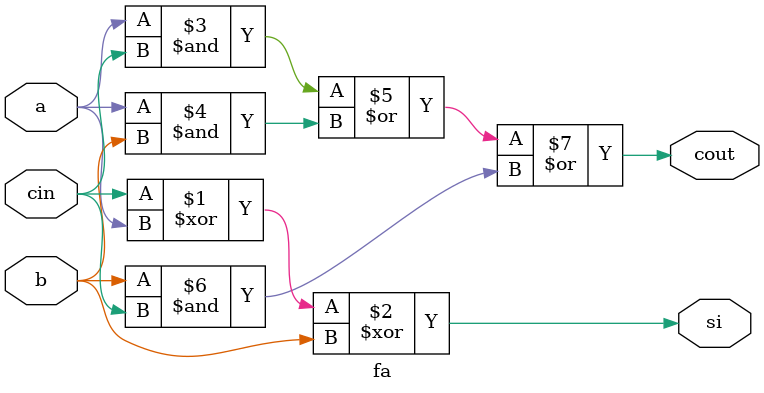
<source format=v>
module lab4p22(SW, KEY, HEX0, HEX1,HEX2,HEX3,HEX4,HEX5,LEDR);


input [9:0] SW;
input [3:0] KEY;

output [7:0] LEDR;

output [6:0] HEX0;
output [6:0] HEX1;
output [6:0] HEX2;
output [6:0] HEX3;
output [6:0] HEX4;
output [6:0] HEX5;

reg [7:0] ALUout;
reg [7:0] ALUreg;

assign  LEDR [7:0] =ALUout;


wire [3:0] A;
wire [3:0] B;


assign A = SW [3:0];


assign HEX1 = 7'b0000000;
assign HEX2 = 7'b0000000;
assign HEX3 = 7'b0000000;


assign B=ALUreg [3:0];


always @ (posedge KEY[0])
begin


if (SW[9]==0)
ALUreg<= 8'b00000000;
else
ALUreg<=ALUout;

end
binary_to_hex a1 (A, HEX0);

binary_to_hex a3 (ALUreg[3:0], HEX4) ;

binary_to_hex a4 (ALUreg [7:4], HEX5) ;

wire [7:0] case0;

wire [7:0] A_and_B;
assign A_and_B = {A,B};
rp_carry_adder adder0(A_and_B, case0);


		
integer A_int;
always @(A)
A_int=A;



always @ (*) 
begin 

case ((KEY[3:1]))

3'b000: 
begin
 ALUout=case0;
 end

3'b001:
begin
ALUout [7:5] =3'b000;
 ALUout [4:0]=A+B;
end
3'b010:
begin
 ALUout[7]=A[3]^B[3] ;
 ALUout[6]=A[2]^B[2] ;
 ALUout[5]= A[1]^B[1];
 ALUout[4]=A[0]^B[0] ;
 ALUout[3]= A[3]|B[3];
 ALUout[2]= A[2]|B[2];
 ALUout[1]= A[1]|B[1];
 ALUout[0]= A[0]|B[0];
 end
3'b011:
begin



if (|(A_and_B))
 ALUout = 8'b10000001;
else 
 ALUout = 8'b00000000;




end


3'b100:
begin


if (&(A_and_B))
 ALUout = 8'b01111110;
else 
 ALUout = 8'b00000000;


end


3'b101:
begin

ALUout = ALUreg << A_int;
end

3'b110:  
begin 

ALUout=A*B;

end

3'b111:
ALUout=ALUreg;


default:
ALUout = 8'b00000000;

endcase

end
endmodule 


module binary_to_hex (SW, HEX0);


input [3:0] SW;
output [6:0] HEX0;

assign HEX0[0] = ~((SW[3] | SW[2] | SW[1] | ~SW[0]) & (~SW[3] | SW[2] | ~SW[1] | ~SW[0]) & (~SW[3] | ~SW[2] | SW[1] | ~SW[0]) && (SW[3] | ~SW[2] | SW[1] | SW[0]));



assign HEX0[1] = ~((SW[3] | ~SW[2] | SW[1] | ~SW[0]) & (SW[3] | ~SW[2] | ~SW[1] | SW[0]) & (~SW[3] | SW[2] | ~SW[1] | ~SW[0])&
						
						(~SW[3] | ~SW[2] | SW[1] | SW[0]) & (~SW[3] | ~SW[2] | ~SW[1] | SW[0]) & (~SW[3] | ~SW[2] | ~SW[1] | ~SW[0]) );
						
						

assign HEX0[2] = ~((SW[3] | SW[2] | ~SW[1] | SW[0]) & (~SW[3] | ~SW[2] | SW[1] | SW[0]) &
		(~SW[3] | ~SW[2] | ~SW[1] | SW[0])   & (~SW[3] | ~SW[2] | ~SW[1] | ~SW[0]));


assign HEX0[3] = ~((SW[3] | SW[2] | SW[1] | ~SW[0]) & (SW[3] | ~SW[2] | SW[1] | SW[0]) & (SW[3] | ~SW[2] | ~SW[1] | ~SW[0]) &

						 & (~SW[3] | SW[2] | ~SW[1] | SW[0]) & (~SW[3] | ~SW[2] | ~SW[1] | ~SW[0]));


						
assign HEX0[4] = ~((SW[3] | SW[2] | SW[1] | ~SW[0]) & (SW[3] | SW[2] | ~SW[1] | ~SW[0]) & (SW[3] | ~SW[2] | SW[1] | SW[0])&
						
						(SW[3] | ~SW[2] | SW[1] | ~SW[0]) & (SW[3] | ~SW[2] | ~SW[1] | ~SW[0]) & (~SW[3] | SW[2] | SW[1] | ~SW[0]));
						

assign HEX0[5] = ~((SW[3] | SW[2] | SW[1] | ~SW[0]) & (SW[3] | SW[2] | ~SW[1] | SW[0]) & (SW[3] | SW[2] | ~SW[1] | ~SW[0])&
						
						(SW[3] | ~SW[2] | ~SW[1] | ~SW[0]) & (~SW[3] | ~SW[2] | SW[1] | ~SW[0]) );
						
assign HEX0[6] = ~((SW[3] | SW[2] | SW[1] | SW[0]) & (SW[3] | SW[2] | SW[1] | ~SW[0]) & (SW[3] | ~SW[2] | ~SW[1] | ~SW[0])&

						(~SW[3] | ~SW[2] | SW[1] | SW[0]) );
						
						endmodule
						

						//this code is a ripple carry adder


module rp_carry_adder(SW, LEDR);

input [7:0] SW;

output [7:0] LEDR;

//assign SW[8] = 0'b0

wire [3:0] carry;

fa x0 (SW[4], SW[0], 1'b0, carry[0], LEDR[0]);

fa x1 (SW[5], SW[1], carry[0], carry[1], LEDR[1]);

fa x2 (SW[6], SW[2], carry[1], carry[2], LEDR[2]);

fa x3 (SW[7], SW[3], carry[2], carry[3], LEDR[3]);

assign LEDR[4] = carry[3];
assign LEDR [7:5] = 3'b000;

endmodule







module fa (a,b,cin,cout,si);

input a, b, cin;

output cout, si;

assign si= cin ^ a ^ b;

assign cout= a&cin | a&b| b&cin ;

endmodule


</source>
